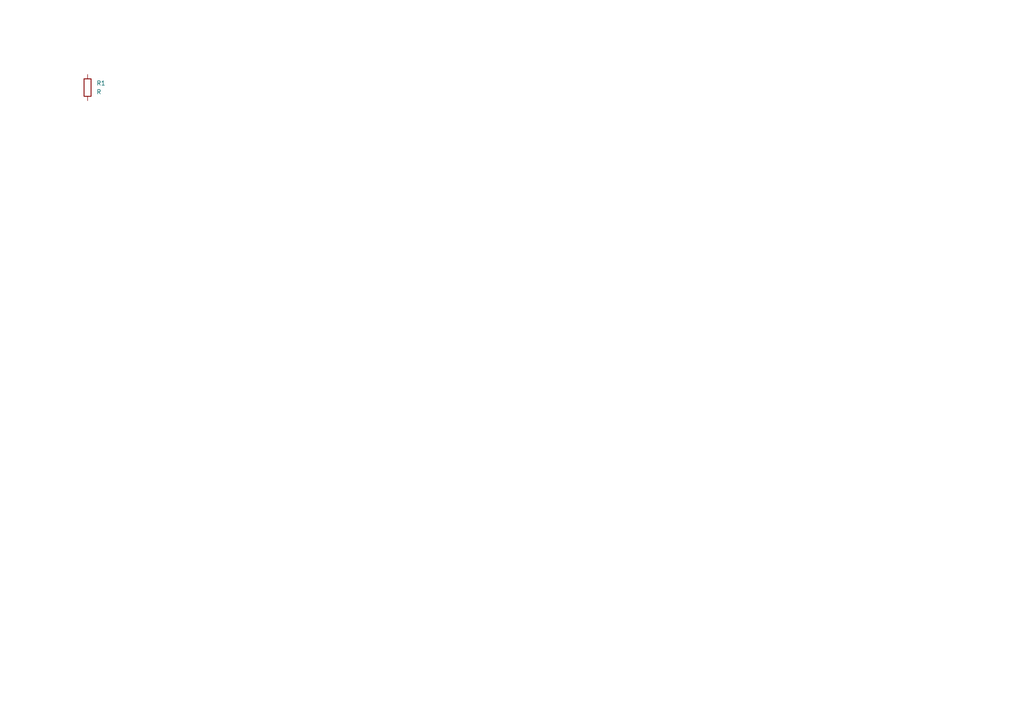
<source format=kicad_sch>
(kicad_sch (version 20231120) (generator "eeschema") (generator_version "8.0")
  (paper "A4")
  (lib_symbols
    (symbol "Device:R" (pin_numbers hide) (pin_names (offset 0))
      (property "Reference" "R" (at 2.032 0 90))
      (property "Value" "R" (at 0 0 90))
      (symbol "R_0_1"
        (rectangle (start -1.016 -2.54) (end 1.016 2.54) (stroke (width 0.254)))
      )
      (symbol "R_1_1"
        (pin passive line (at 0 3.81 270) (length 1.27) (name "~") (number "1"))
        (pin passive line (at 0 -3.81 90) (length 1.27) (name "~") (number "2"))
      )
    )
  )
  (symbol (lib_id "Device:R") (at 25.4 25.4 0) (unit 1)
    (property "Reference" "R1" (at 27.94 24.1299 0) (effects (justify left)))
    (property "Value" "R" (at 27.94 26.6699 0) (effects (justify left)))
    (property "Description" "Resistor" (effects (hide yes)))
  )
)
</source>
